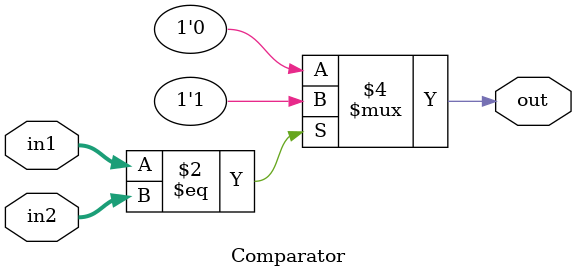
<source format=v>
module Comparator(
    input [31:0] in1,
    input [31:0] in2,
    output reg out
);

always @(*)
begin
    if (in1 == in2)
        out = 1;
    else    
        out = 0;    
end


endmodule
</source>
